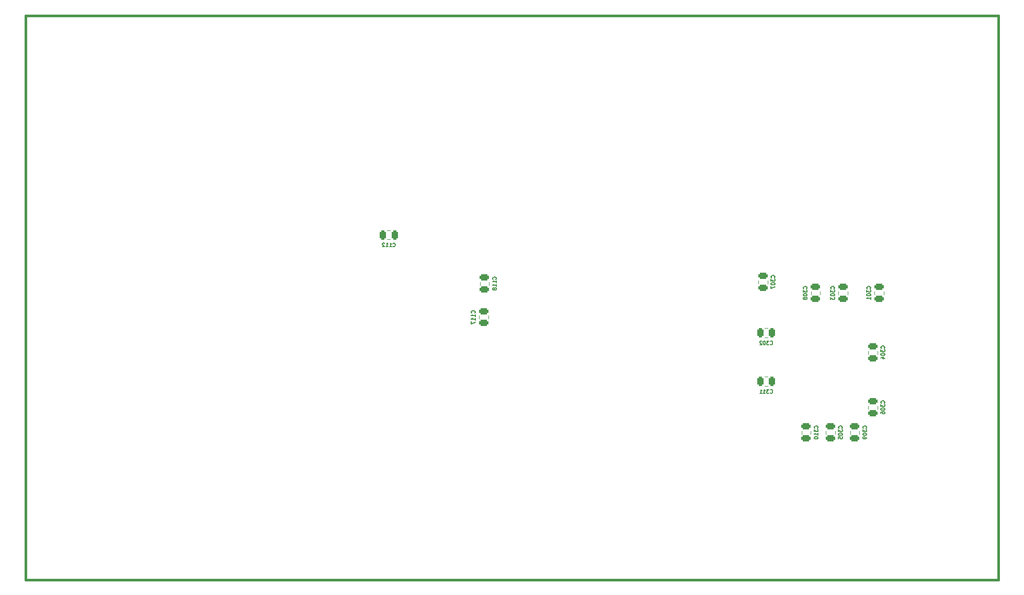
<source format=gbr>
%TF.GenerationSoftware,KiCad,Pcbnew,8.99.0-344-gfbc433deaa-dirty*%
%TF.CreationDate,2024-03-11T18:45:51+01:00*%
%TF.ProjectId,kit-dev-coldfire-xilinx_5213,6b69742d-6465-4762-9d63-6f6c64666972,2*%
%TF.SameCoordinates,Original*%
%TF.FileFunction,Legend,Bot*%
%TF.FilePolarity,Positive*%
%FSLAX46Y46*%
G04 Gerber Fmt 4.6, Leading zero omitted, Abs format (unit mm)*
G04 Created by KiCad (PCBNEW 8.99.0-344-gfbc433deaa-dirty) date 2024-03-11 18:45:51*
%MOMM*%
%LPD*%
G01*
G04 APERTURE LIST*
G04 Aperture macros list*
%AMRoundRect*
0 Rectangle with rounded corners*
0 $1 Rounding radius*
0 $2 $3 $4 $5 $6 $7 $8 $9 X,Y pos of 4 corners*
0 Add a 4 corners polygon primitive as box body*
4,1,4,$2,$3,$4,$5,$6,$7,$8,$9,$2,$3,0*
0 Add four circle primitives for the rounded corners*
1,1,$1+$1,$2,$3*
1,1,$1+$1,$4,$5*
1,1,$1+$1,$6,$7*
1,1,$1+$1,$8,$9*
0 Add four rect primitives between the rounded corners*
20,1,$1+$1,$2,$3,$4,$5,0*
20,1,$1+$1,$4,$5,$6,$7,0*
20,1,$1+$1,$6,$7,$8,$9,0*
20,1,$1+$1,$8,$9,$2,$3,0*%
G04 Aperture macros list end*
%ADD10C,0.150000*%
%ADD11C,0.120000*%
%ADD12C,1.397000*%
%ADD13R,1.700000X1.700000*%
%ADD14O,1.700000X1.700000*%
%ADD15R,1.600000X1.600000*%
%ADD16C,1.600000*%
%ADD17R,2.400000X2.400000*%
%ADD18O,2.400000X2.400000*%
%ADD19R,5.500000X4.800600*%
%ADD20O,5.000000X4.800600*%
%ADD21O,3.500000X4.800600*%
%ADD22R,1.300000X1.300000*%
%ADD23C,1.300000*%
%ADD24O,1.600000X1.600000*%
%ADD25R,2.540000X3.810000*%
%ADD26R,3.000000X3.000000*%
%ADD27C,3.000000*%
%ADD28C,1.500000*%
%ADD29C,4.000000*%
%ADD30RoundRect,0.250000X0.250000X0.475000X-0.250000X0.475000X-0.250000X-0.475000X0.250000X-0.475000X0*%
%ADD31RoundRect,0.250000X0.475000X-0.250000X0.475000X0.250000X-0.475000X0.250000X-0.475000X-0.250000X0*%
%ADD32RoundRect,0.250000X-0.475000X0.250000X-0.475000X-0.250000X0.475000X-0.250000X0.475000X0.250000X0*%
%TA.AperFunction,Profile*%
%ADD33C,0.381000*%
%TD*%
G04 APERTURE END LIST*
D10*
X130592428Y-93302628D02*
X130621000Y-93331200D01*
X130621000Y-93331200D02*
X130706714Y-93359771D01*
X130706714Y-93359771D02*
X130763857Y-93359771D01*
X130763857Y-93359771D02*
X130849571Y-93331200D01*
X130849571Y-93331200D02*
X130906714Y-93274057D01*
X130906714Y-93274057D02*
X130935285Y-93216914D01*
X130935285Y-93216914D02*
X130963857Y-93102628D01*
X130963857Y-93102628D02*
X130963857Y-93016914D01*
X130963857Y-93016914D02*
X130935285Y-92902628D01*
X130935285Y-92902628D02*
X130906714Y-92845485D01*
X130906714Y-92845485D02*
X130849571Y-92788342D01*
X130849571Y-92788342D02*
X130763857Y-92759771D01*
X130763857Y-92759771D02*
X130706714Y-92759771D01*
X130706714Y-92759771D02*
X130621000Y-92788342D01*
X130621000Y-92788342D02*
X130592428Y-92816914D01*
X130021000Y-93359771D02*
X130363857Y-93359771D01*
X130192428Y-93359771D02*
X130192428Y-92759771D01*
X130192428Y-92759771D02*
X130249571Y-92845485D01*
X130249571Y-92845485D02*
X130306714Y-92902628D01*
X130306714Y-92902628D02*
X130363857Y-92931200D01*
X129449571Y-93359771D02*
X129792428Y-93359771D01*
X129620999Y-93359771D02*
X129620999Y-92759771D01*
X129620999Y-92759771D02*
X129678142Y-92845485D01*
X129678142Y-92845485D02*
X129735285Y-92902628D01*
X129735285Y-92902628D02*
X129792428Y-92931200D01*
X129220999Y-92816914D02*
X129192427Y-92788342D01*
X129192427Y-92788342D02*
X129135285Y-92759771D01*
X129135285Y-92759771D02*
X128992427Y-92759771D01*
X128992427Y-92759771D02*
X128935285Y-92788342D01*
X128935285Y-92788342D02*
X128906713Y-92816914D01*
X128906713Y-92816914D02*
X128878142Y-92874057D01*
X128878142Y-92874057D02*
X128878142Y-92931200D01*
X128878142Y-92931200D02*
X128906713Y-93016914D01*
X128906713Y-93016914D02*
X129249570Y-93359771D01*
X129249570Y-93359771D02*
X128878142Y-93359771D01*
X143850628Y-104103571D02*
X143879200Y-104074999D01*
X143879200Y-104074999D02*
X143907771Y-103989285D01*
X143907771Y-103989285D02*
X143907771Y-103932142D01*
X143907771Y-103932142D02*
X143879200Y-103846428D01*
X143879200Y-103846428D02*
X143822057Y-103789285D01*
X143822057Y-103789285D02*
X143764914Y-103760714D01*
X143764914Y-103760714D02*
X143650628Y-103732142D01*
X143650628Y-103732142D02*
X143564914Y-103732142D01*
X143564914Y-103732142D02*
X143450628Y-103760714D01*
X143450628Y-103760714D02*
X143393485Y-103789285D01*
X143393485Y-103789285D02*
X143336342Y-103846428D01*
X143336342Y-103846428D02*
X143307771Y-103932142D01*
X143307771Y-103932142D02*
X143307771Y-103989285D01*
X143307771Y-103989285D02*
X143336342Y-104074999D01*
X143336342Y-104074999D02*
X143364914Y-104103571D01*
X143907771Y-104674999D02*
X143907771Y-104332142D01*
X143907771Y-104503571D02*
X143307771Y-104503571D01*
X143307771Y-104503571D02*
X143393485Y-104446428D01*
X143393485Y-104446428D02*
X143450628Y-104389285D01*
X143450628Y-104389285D02*
X143479200Y-104332142D01*
X143907771Y-105246428D02*
X143907771Y-104903571D01*
X143907771Y-105075000D02*
X143307771Y-105075000D01*
X143307771Y-105075000D02*
X143393485Y-105017857D01*
X143393485Y-105017857D02*
X143450628Y-104960714D01*
X143450628Y-104960714D02*
X143479200Y-104903571D01*
X143307771Y-105446429D02*
X143307771Y-105846429D01*
X143307771Y-105846429D02*
X143907771Y-105589286D01*
X147277628Y-98642571D02*
X147306200Y-98613999D01*
X147306200Y-98613999D02*
X147334771Y-98528285D01*
X147334771Y-98528285D02*
X147334771Y-98471142D01*
X147334771Y-98471142D02*
X147306200Y-98385428D01*
X147306200Y-98385428D02*
X147249057Y-98328285D01*
X147249057Y-98328285D02*
X147191914Y-98299714D01*
X147191914Y-98299714D02*
X147077628Y-98271142D01*
X147077628Y-98271142D02*
X146991914Y-98271142D01*
X146991914Y-98271142D02*
X146877628Y-98299714D01*
X146877628Y-98299714D02*
X146820485Y-98328285D01*
X146820485Y-98328285D02*
X146763342Y-98385428D01*
X146763342Y-98385428D02*
X146734771Y-98471142D01*
X146734771Y-98471142D02*
X146734771Y-98528285D01*
X146734771Y-98528285D02*
X146763342Y-98613999D01*
X146763342Y-98613999D02*
X146791914Y-98642571D01*
X147334771Y-99213999D02*
X147334771Y-98871142D01*
X147334771Y-99042571D02*
X146734771Y-99042571D01*
X146734771Y-99042571D02*
X146820485Y-98985428D01*
X146820485Y-98985428D02*
X146877628Y-98928285D01*
X146877628Y-98928285D02*
X146906200Y-98871142D01*
X147334771Y-99785428D02*
X147334771Y-99442571D01*
X147334771Y-99614000D02*
X146734771Y-99614000D01*
X146734771Y-99614000D02*
X146820485Y-99556857D01*
X146820485Y-99556857D02*
X146877628Y-99499714D01*
X146877628Y-99499714D02*
X146906200Y-99442571D01*
X146991914Y-100128286D02*
X146963342Y-100071143D01*
X146963342Y-100071143D02*
X146934771Y-100042572D01*
X146934771Y-100042572D02*
X146877628Y-100014000D01*
X146877628Y-100014000D02*
X146849057Y-100014000D01*
X146849057Y-100014000D02*
X146791914Y-100042572D01*
X146791914Y-100042572D02*
X146763342Y-100071143D01*
X146763342Y-100071143D02*
X146734771Y-100128286D01*
X146734771Y-100128286D02*
X146734771Y-100242572D01*
X146734771Y-100242572D02*
X146763342Y-100299715D01*
X146763342Y-100299715D02*
X146791914Y-100328286D01*
X146791914Y-100328286D02*
X146849057Y-100356857D01*
X146849057Y-100356857D02*
X146877628Y-100356857D01*
X146877628Y-100356857D02*
X146934771Y-100328286D01*
X146934771Y-100328286D02*
X146963342Y-100299715D01*
X146963342Y-100299715D02*
X146991914Y-100242572D01*
X146991914Y-100242572D02*
X146991914Y-100128286D01*
X146991914Y-100128286D02*
X147020485Y-100071143D01*
X147020485Y-100071143D02*
X147049057Y-100042572D01*
X147049057Y-100042572D02*
X147106200Y-100014000D01*
X147106200Y-100014000D02*
X147220485Y-100014000D01*
X147220485Y-100014000D02*
X147277628Y-100042572D01*
X147277628Y-100042572D02*
X147306200Y-100071143D01*
X147306200Y-100071143D02*
X147334771Y-100128286D01*
X147334771Y-100128286D02*
X147334771Y-100242572D01*
X147334771Y-100242572D02*
X147306200Y-100299715D01*
X147306200Y-100299715D02*
X147277628Y-100328286D01*
X147277628Y-100328286D02*
X147220485Y-100356857D01*
X147220485Y-100356857D02*
X147106200Y-100356857D01*
X147106200Y-100356857D02*
X147049057Y-100328286D01*
X147049057Y-100328286D02*
X147020485Y-100299715D01*
X147020485Y-100299715D02*
X146991914Y-100242572D01*
X207858628Y-100166571D02*
X207887200Y-100137999D01*
X207887200Y-100137999D02*
X207915771Y-100052285D01*
X207915771Y-100052285D02*
X207915771Y-99995142D01*
X207915771Y-99995142D02*
X207887200Y-99909428D01*
X207887200Y-99909428D02*
X207830057Y-99852285D01*
X207830057Y-99852285D02*
X207772914Y-99823714D01*
X207772914Y-99823714D02*
X207658628Y-99795142D01*
X207658628Y-99795142D02*
X207572914Y-99795142D01*
X207572914Y-99795142D02*
X207458628Y-99823714D01*
X207458628Y-99823714D02*
X207401485Y-99852285D01*
X207401485Y-99852285D02*
X207344342Y-99909428D01*
X207344342Y-99909428D02*
X207315771Y-99995142D01*
X207315771Y-99995142D02*
X207315771Y-100052285D01*
X207315771Y-100052285D02*
X207344342Y-100137999D01*
X207344342Y-100137999D02*
X207372914Y-100166571D01*
X207315771Y-100366571D02*
X207315771Y-100737999D01*
X207315771Y-100737999D02*
X207544342Y-100537999D01*
X207544342Y-100537999D02*
X207544342Y-100623714D01*
X207544342Y-100623714D02*
X207572914Y-100680857D01*
X207572914Y-100680857D02*
X207601485Y-100709428D01*
X207601485Y-100709428D02*
X207658628Y-100737999D01*
X207658628Y-100737999D02*
X207801485Y-100737999D01*
X207801485Y-100737999D02*
X207858628Y-100709428D01*
X207858628Y-100709428D02*
X207887200Y-100680857D01*
X207887200Y-100680857D02*
X207915771Y-100623714D01*
X207915771Y-100623714D02*
X207915771Y-100452285D01*
X207915771Y-100452285D02*
X207887200Y-100395142D01*
X207887200Y-100395142D02*
X207858628Y-100366571D01*
X207315771Y-101109428D02*
X207315771Y-101166571D01*
X207315771Y-101166571D02*
X207344342Y-101223714D01*
X207344342Y-101223714D02*
X207372914Y-101252286D01*
X207372914Y-101252286D02*
X207430057Y-101280857D01*
X207430057Y-101280857D02*
X207544342Y-101309428D01*
X207544342Y-101309428D02*
X207687200Y-101309428D01*
X207687200Y-101309428D02*
X207801485Y-101280857D01*
X207801485Y-101280857D02*
X207858628Y-101252286D01*
X207858628Y-101252286D02*
X207887200Y-101223714D01*
X207887200Y-101223714D02*
X207915771Y-101166571D01*
X207915771Y-101166571D02*
X207915771Y-101109428D01*
X207915771Y-101109428D02*
X207887200Y-101052286D01*
X207887200Y-101052286D02*
X207858628Y-101023714D01*
X207858628Y-101023714D02*
X207801485Y-100995143D01*
X207801485Y-100995143D02*
X207687200Y-100966571D01*
X207687200Y-100966571D02*
X207544342Y-100966571D01*
X207544342Y-100966571D02*
X207430057Y-100995143D01*
X207430057Y-100995143D02*
X207372914Y-101023714D01*
X207372914Y-101023714D02*
X207344342Y-101052286D01*
X207344342Y-101052286D02*
X207315771Y-101109428D01*
X207915771Y-101880857D02*
X207915771Y-101538000D01*
X207915771Y-101709429D02*
X207315771Y-101709429D01*
X207315771Y-101709429D02*
X207401485Y-101652286D01*
X207401485Y-101652286D02*
X207458628Y-101595143D01*
X207458628Y-101595143D02*
X207487200Y-101538000D01*
X191679428Y-109177628D02*
X191708000Y-109206200D01*
X191708000Y-109206200D02*
X191793714Y-109234771D01*
X191793714Y-109234771D02*
X191850857Y-109234771D01*
X191850857Y-109234771D02*
X191936571Y-109206200D01*
X191936571Y-109206200D02*
X191993714Y-109149057D01*
X191993714Y-109149057D02*
X192022285Y-109091914D01*
X192022285Y-109091914D02*
X192050857Y-108977628D01*
X192050857Y-108977628D02*
X192050857Y-108891914D01*
X192050857Y-108891914D02*
X192022285Y-108777628D01*
X192022285Y-108777628D02*
X191993714Y-108720485D01*
X191993714Y-108720485D02*
X191936571Y-108663342D01*
X191936571Y-108663342D02*
X191850857Y-108634771D01*
X191850857Y-108634771D02*
X191793714Y-108634771D01*
X191793714Y-108634771D02*
X191708000Y-108663342D01*
X191708000Y-108663342D02*
X191679428Y-108691914D01*
X191479428Y-108634771D02*
X191108000Y-108634771D01*
X191108000Y-108634771D02*
X191308000Y-108863342D01*
X191308000Y-108863342D02*
X191222285Y-108863342D01*
X191222285Y-108863342D02*
X191165143Y-108891914D01*
X191165143Y-108891914D02*
X191136571Y-108920485D01*
X191136571Y-108920485D02*
X191108000Y-108977628D01*
X191108000Y-108977628D02*
X191108000Y-109120485D01*
X191108000Y-109120485D02*
X191136571Y-109177628D01*
X191136571Y-109177628D02*
X191165143Y-109206200D01*
X191165143Y-109206200D02*
X191222285Y-109234771D01*
X191222285Y-109234771D02*
X191393714Y-109234771D01*
X191393714Y-109234771D02*
X191450857Y-109206200D01*
X191450857Y-109206200D02*
X191479428Y-109177628D01*
X190736571Y-108634771D02*
X190679428Y-108634771D01*
X190679428Y-108634771D02*
X190622285Y-108663342D01*
X190622285Y-108663342D02*
X190593714Y-108691914D01*
X190593714Y-108691914D02*
X190565142Y-108749057D01*
X190565142Y-108749057D02*
X190536571Y-108863342D01*
X190536571Y-108863342D02*
X190536571Y-109006200D01*
X190536571Y-109006200D02*
X190565142Y-109120485D01*
X190565142Y-109120485D02*
X190593714Y-109177628D01*
X190593714Y-109177628D02*
X190622285Y-109206200D01*
X190622285Y-109206200D02*
X190679428Y-109234771D01*
X190679428Y-109234771D02*
X190736571Y-109234771D01*
X190736571Y-109234771D02*
X190793714Y-109206200D01*
X190793714Y-109206200D02*
X190822285Y-109177628D01*
X190822285Y-109177628D02*
X190850856Y-109120485D01*
X190850856Y-109120485D02*
X190879428Y-109006200D01*
X190879428Y-109006200D02*
X190879428Y-108863342D01*
X190879428Y-108863342D02*
X190850856Y-108749057D01*
X190850856Y-108749057D02*
X190822285Y-108691914D01*
X190822285Y-108691914D02*
X190793714Y-108663342D01*
X190793714Y-108663342D02*
X190736571Y-108634771D01*
X190307999Y-108691914D02*
X190279427Y-108663342D01*
X190279427Y-108663342D02*
X190222285Y-108634771D01*
X190222285Y-108634771D02*
X190079427Y-108634771D01*
X190079427Y-108634771D02*
X190022285Y-108663342D01*
X190022285Y-108663342D02*
X189993713Y-108691914D01*
X189993713Y-108691914D02*
X189965142Y-108749057D01*
X189965142Y-108749057D02*
X189965142Y-108806200D01*
X189965142Y-108806200D02*
X189993713Y-108891914D01*
X189993713Y-108891914D02*
X190336570Y-109234771D01*
X190336570Y-109234771D02*
X189965142Y-109234771D01*
X202016628Y-100166571D02*
X202045200Y-100137999D01*
X202045200Y-100137999D02*
X202073771Y-100052285D01*
X202073771Y-100052285D02*
X202073771Y-99995142D01*
X202073771Y-99995142D02*
X202045200Y-99909428D01*
X202045200Y-99909428D02*
X201988057Y-99852285D01*
X201988057Y-99852285D02*
X201930914Y-99823714D01*
X201930914Y-99823714D02*
X201816628Y-99795142D01*
X201816628Y-99795142D02*
X201730914Y-99795142D01*
X201730914Y-99795142D02*
X201616628Y-99823714D01*
X201616628Y-99823714D02*
X201559485Y-99852285D01*
X201559485Y-99852285D02*
X201502342Y-99909428D01*
X201502342Y-99909428D02*
X201473771Y-99995142D01*
X201473771Y-99995142D02*
X201473771Y-100052285D01*
X201473771Y-100052285D02*
X201502342Y-100137999D01*
X201502342Y-100137999D02*
X201530914Y-100166571D01*
X201473771Y-100366571D02*
X201473771Y-100737999D01*
X201473771Y-100737999D02*
X201702342Y-100537999D01*
X201702342Y-100537999D02*
X201702342Y-100623714D01*
X201702342Y-100623714D02*
X201730914Y-100680857D01*
X201730914Y-100680857D02*
X201759485Y-100709428D01*
X201759485Y-100709428D02*
X201816628Y-100737999D01*
X201816628Y-100737999D02*
X201959485Y-100737999D01*
X201959485Y-100737999D02*
X202016628Y-100709428D01*
X202016628Y-100709428D02*
X202045200Y-100680857D01*
X202045200Y-100680857D02*
X202073771Y-100623714D01*
X202073771Y-100623714D02*
X202073771Y-100452285D01*
X202073771Y-100452285D02*
X202045200Y-100395142D01*
X202045200Y-100395142D02*
X202016628Y-100366571D01*
X201473771Y-101109428D02*
X201473771Y-101166571D01*
X201473771Y-101166571D02*
X201502342Y-101223714D01*
X201502342Y-101223714D02*
X201530914Y-101252286D01*
X201530914Y-101252286D02*
X201588057Y-101280857D01*
X201588057Y-101280857D02*
X201702342Y-101309428D01*
X201702342Y-101309428D02*
X201845200Y-101309428D01*
X201845200Y-101309428D02*
X201959485Y-101280857D01*
X201959485Y-101280857D02*
X202016628Y-101252286D01*
X202016628Y-101252286D02*
X202045200Y-101223714D01*
X202045200Y-101223714D02*
X202073771Y-101166571D01*
X202073771Y-101166571D02*
X202073771Y-101109428D01*
X202073771Y-101109428D02*
X202045200Y-101052286D01*
X202045200Y-101052286D02*
X202016628Y-101023714D01*
X202016628Y-101023714D02*
X201959485Y-100995143D01*
X201959485Y-100995143D02*
X201845200Y-100966571D01*
X201845200Y-100966571D02*
X201702342Y-100966571D01*
X201702342Y-100966571D02*
X201588057Y-100995143D01*
X201588057Y-100995143D02*
X201530914Y-101023714D01*
X201530914Y-101023714D02*
X201502342Y-101052286D01*
X201502342Y-101052286D02*
X201473771Y-101109428D01*
X201473771Y-101509429D02*
X201473771Y-101880857D01*
X201473771Y-101880857D02*
X201702342Y-101680857D01*
X201702342Y-101680857D02*
X201702342Y-101766572D01*
X201702342Y-101766572D02*
X201730914Y-101823715D01*
X201730914Y-101823715D02*
X201759485Y-101852286D01*
X201759485Y-101852286D02*
X201816628Y-101880857D01*
X201816628Y-101880857D02*
X201959485Y-101880857D01*
X201959485Y-101880857D02*
X202016628Y-101852286D01*
X202016628Y-101852286D02*
X202045200Y-101823715D01*
X202045200Y-101823715D02*
X202073771Y-101766572D01*
X202073771Y-101766572D02*
X202073771Y-101595143D01*
X202073771Y-101595143D02*
X202045200Y-101538000D01*
X202045200Y-101538000D02*
X202016628Y-101509429D01*
X210142628Y-109818571D02*
X210171200Y-109789999D01*
X210171200Y-109789999D02*
X210199771Y-109704285D01*
X210199771Y-109704285D02*
X210199771Y-109647142D01*
X210199771Y-109647142D02*
X210171200Y-109561428D01*
X210171200Y-109561428D02*
X210114057Y-109504285D01*
X210114057Y-109504285D02*
X210056914Y-109475714D01*
X210056914Y-109475714D02*
X209942628Y-109447142D01*
X209942628Y-109447142D02*
X209856914Y-109447142D01*
X209856914Y-109447142D02*
X209742628Y-109475714D01*
X209742628Y-109475714D02*
X209685485Y-109504285D01*
X209685485Y-109504285D02*
X209628342Y-109561428D01*
X209628342Y-109561428D02*
X209599771Y-109647142D01*
X209599771Y-109647142D02*
X209599771Y-109704285D01*
X209599771Y-109704285D02*
X209628342Y-109789999D01*
X209628342Y-109789999D02*
X209656914Y-109818571D01*
X209599771Y-110018571D02*
X209599771Y-110389999D01*
X209599771Y-110389999D02*
X209828342Y-110189999D01*
X209828342Y-110189999D02*
X209828342Y-110275714D01*
X209828342Y-110275714D02*
X209856914Y-110332857D01*
X209856914Y-110332857D02*
X209885485Y-110361428D01*
X209885485Y-110361428D02*
X209942628Y-110389999D01*
X209942628Y-110389999D02*
X210085485Y-110389999D01*
X210085485Y-110389999D02*
X210142628Y-110361428D01*
X210142628Y-110361428D02*
X210171200Y-110332857D01*
X210171200Y-110332857D02*
X210199771Y-110275714D01*
X210199771Y-110275714D02*
X210199771Y-110104285D01*
X210199771Y-110104285D02*
X210171200Y-110047142D01*
X210171200Y-110047142D02*
X210142628Y-110018571D01*
X209599771Y-110761428D02*
X209599771Y-110818571D01*
X209599771Y-110818571D02*
X209628342Y-110875714D01*
X209628342Y-110875714D02*
X209656914Y-110904286D01*
X209656914Y-110904286D02*
X209714057Y-110932857D01*
X209714057Y-110932857D02*
X209828342Y-110961428D01*
X209828342Y-110961428D02*
X209971200Y-110961428D01*
X209971200Y-110961428D02*
X210085485Y-110932857D01*
X210085485Y-110932857D02*
X210142628Y-110904286D01*
X210142628Y-110904286D02*
X210171200Y-110875714D01*
X210171200Y-110875714D02*
X210199771Y-110818571D01*
X210199771Y-110818571D02*
X210199771Y-110761428D01*
X210199771Y-110761428D02*
X210171200Y-110704286D01*
X210171200Y-110704286D02*
X210142628Y-110675714D01*
X210142628Y-110675714D02*
X210085485Y-110647143D01*
X210085485Y-110647143D02*
X209971200Y-110618571D01*
X209971200Y-110618571D02*
X209828342Y-110618571D01*
X209828342Y-110618571D02*
X209714057Y-110647143D01*
X209714057Y-110647143D02*
X209656914Y-110675714D01*
X209656914Y-110675714D02*
X209628342Y-110704286D01*
X209628342Y-110704286D02*
X209599771Y-110761428D01*
X209799771Y-111475715D02*
X210199771Y-111475715D01*
X209571200Y-111332857D02*
X209999771Y-111190000D01*
X209999771Y-111190000D02*
X209999771Y-111561429D01*
X203284628Y-122772571D02*
X203313200Y-122743999D01*
X203313200Y-122743999D02*
X203341771Y-122658285D01*
X203341771Y-122658285D02*
X203341771Y-122601142D01*
X203341771Y-122601142D02*
X203313200Y-122515428D01*
X203313200Y-122515428D02*
X203256057Y-122458285D01*
X203256057Y-122458285D02*
X203198914Y-122429714D01*
X203198914Y-122429714D02*
X203084628Y-122401142D01*
X203084628Y-122401142D02*
X202998914Y-122401142D01*
X202998914Y-122401142D02*
X202884628Y-122429714D01*
X202884628Y-122429714D02*
X202827485Y-122458285D01*
X202827485Y-122458285D02*
X202770342Y-122515428D01*
X202770342Y-122515428D02*
X202741771Y-122601142D01*
X202741771Y-122601142D02*
X202741771Y-122658285D01*
X202741771Y-122658285D02*
X202770342Y-122743999D01*
X202770342Y-122743999D02*
X202798914Y-122772571D01*
X202741771Y-122972571D02*
X202741771Y-123343999D01*
X202741771Y-123343999D02*
X202970342Y-123143999D01*
X202970342Y-123143999D02*
X202970342Y-123229714D01*
X202970342Y-123229714D02*
X202998914Y-123286857D01*
X202998914Y-123286857D02*
X203027485Y-123315428D01*
X203027485Y-123315428D02*
X203084628Y-123343999D01*
X203084628Y-123343999D02*
X203227485Y-123343999D01*
X203227485Y-123343999D02*
X203284628Y-123315428D01*
X203284628Y-123315428D02*
X203313200Y-123286857D01*
X203313200Y-123286857D02*
X203341771Y-123229714D01*
X203341771Y-123229714D02*
X203341771Y-123058285D01*
X203341771Y-123058285D02*
X203313200Y-123001142D01*
X203313200Y-123001142D02*
X203284628Y-122972571D01*
X202741771Y-123715428D02*
X202741771Y-123772571D01*
X202741771Y-123772571D02*
X202770342Y-123829714D01*
X202770342Y-123829714D02*
X202798914Y-123858286D01*
X202798914Y-123858286D02*
X202856057Y-123886857D01*
X202856057Y-123886857D02*
X202970342Y-123915428D01*
X202970342Y-123915428D02*
X203113200Y-123915428D01*
X203113200Y-123915428D02*
X203227485Y-123886857D01*
X203227485Y-123886857D02*
X203284628Y-123858286D01*
X203284628Y-123858286D02*
X203313200Y-123829714D01*
X203313200Y-123829714D02*
X203341771Y-123772571D01*
X203341771Y-123772571D02*
X203341771Y-123715428D01*
X203341771Y-123715428D02*
X203313200Y-123658286D01*
X203313200Y-123658286D02*
X203284628Y-123629714D01*
X203284628Y-123629714D02*
X203227485Y-123601143D01*
X203227485Y-123601143D02*
X203113200Y-123572571D01*
X203113200Y-123572571D02*
X202970342Y-123572571D01*
X202970342Y-123572571D02*
X202856057Y-123601143D01*
X202856057Y-123601143D02*
X202798914Y-123629714D01*
X202798914Y-123629714D02*
X202770342Y-123658286D01*
X202770342Y-123658286D02*
X202741771Y-123715428D01*
X202741771Y-124458286D02*
X202741771Y-124172572D01*
X202741771Y-124172572D02*
X203027485Y-124144000D01*
X203027485Y-124144000D02*
X202998914Y-124172572D01*
X202998914Y-124172572D02*
X202970342Y-124229715D01*
X202970342Y-124229715D02*
X202970342Y-124372572D01*
X202970342Y-124372572D02*
X202998914Y-124429715D01*
X202998914Y-124429715D02*
X203027485Y-124458286D01*
X203027485Y-124458286D02*
X203084628Y-124486857D01*
X203084628Y-124486857D02*
X203227485Y-124486857D01*
X203227485Y-124486857D02*
X203284628Y-124458286D01*
X203284628Y-124458286D02*
X203313200Y-124429715D01*
X203313200Y-124429715D02*
X203341771Y-124372572D01*
X203341771Y-124372572D02*
X203341771Y-124229715D01*
X203341771Y-124229715D02*
X203313200Y-124172572D01*
X203313200Y-124172572D02*
X203284628Y-124144000D01*
X210142628Y-118708571D02*
X210171200Y-118679999D01*
X210171200Y-118679999D02*
X210199771Y-118594285D01*
X210199771Y-118594285D02*
X210199771Y-118537142D01*
X210199771Y-118537142D02*
X210171200Y-118451428D01*
X210171200Y-118451428D02*
X210114057Y-118394285D01*
X210114057Y-118394285D02*
X210056914Y-118365714D01*
X210056914Y-118365714D02*
X209942628Y-118337142D01*
X209942628Y-118337142D02*
X209856914Y-118337142D01*
X209856914Y-118337142D02*
X209742628Y-118365714D01*
X209742628Y-118365714D02*
X209685485Y-118394285D01*
X209685485Y-118394285D02*
X209628342Y-118451428D01*
X209628342Y-118451428D02*
X209599771Y-118537142D01*
X209599771Y-118537142D02*
X209599771Y-118594285D01*
X209599771Y-118594285D02*
X209628342Y-118679999D01*
X209628342Y-118679999D02*
X209656914Y-118708571D01*
X209599771Y-118908571D02*
X209599771Y-119279999D01*
X209599771Y-119279999D02*
X209828342Y-119079999D01*
X209828342Y-119079999D02*
X209828342Y-119165714D01*
X209828342Y-119165714D02*
X209856914Y-119222857D01*
X209856914Y-119222857D02*
X209885485Y-119251428D01*
X209885485Y-119251428D02*
X209942628Y-119279999D01*
X209942628Y-119279999D02*
X210085485Y-119279999D01*
X210085485Y-119279999D02*
X210142628Y-119251428D01*
X210142628Y-119251428D02*
X210171200Y-119222857D01*
X210171200Y-119222857D02*
X210199771Y-119165714D01*
X210199771Y-119165714D02*
X210199771Y-118994285D01*
X210199771Y-118994285D02*
X210171200Y-118937142D01*
X210171200Y-118937142D02*
X210142628Y-118908571D01*
X209599771Y-119651428D02*
X209599771Y-119708571D01*
X209599771Y-119708571D02*
X209628342Y-119765714D01*
X209628342Y-119765714D02*
X209656914Y-119794286D01*
X209656914Y-119794286D02*
X209714057Y-119822857D01*
X209714057Y-119822857D02*
X209828342Y-119851428D01*
X209828342Y-119851428D02*
X209971200Y-119851428D01*
X209971200Y-119851428D02*
X210085485Y-119822857D01*
X210085485Y-119822857D02*
X210142628Y-119794286D01*
X210142628Y-119794286D02*
X210171200Y-119765714D01*
X210171200Y-119765714D02*
X210199771Y-119708571D01*
X210199771Y-119708571D02*
X210199771Y-119651428D01*
X210199771Y-119651428D02*
X210171200Y-119594286D01*
X210171200Y-119594286D02*
X210142628Y-119565714D01*
X210142628Y-119565714D02*
X210085485Y-119537143D01*
X210085485Y-119537143D02*
X209971200Y-119508571D01*
X209971200Y-119508571D02*
X209828342Y-119508571D01*
X209828342Y-119508571D02*
X209714057Y-119537143D01*
X209714057Y-119537143D02*
X209656914Y-119565714D01*
X209656914Y-119565714D02*
X209628342Y-119594286D01*
X209628342Y-119594286D02*
X209599771Y-119651428D01*
X209599771Y-120365715D02*
X209599771Y-120251429D01*
X209599771Y-120251429D02*
X209628342Y-120194286D01*
X209628342Y-120194286D02*
X209656914Y-120165715D01*
X209656914Y-120165715D02*
X209742628Y-120108572D01*
X209742628Y-120108572D02*
X209856914Y-120080000D01*
X209856914Y-120080000D02*
X210085485Y-120080000D01*
X210085485Y-120080000D02*
X210142628Y-120108572D01*
X210142628Y-120108572D02*
X210171200Y-120137143D01*
X210171200Y-120137143D02*
X210199771Y-120194286D01*
X210199771Y-120194286D02*
X210199771Y-120308572D01*
X210199771Y-120308572D02*
X210171200Y-120365715D01*
X210171200Y-120365715D02*
X210142628Y-120394286D01*
X210142628Y-120394286D02*
X210085485Y-120422857D01*
X210085485Y-120422857D02*
X209942628Y-120422857D01*
X209942628Y-120422857D02*
X209885485Y-120394286D01*
X209885485Y-120394286D02*
X209856914Y-120365715D01*
X209856914Y-120365715D02*
X209828342Y-120308572D01*
X209828342Y-120308572D02*
X209828342Y-120194286D01*
X209828342Y-120194286D02*
X209856914Y-120137143D01*
X209856914Y-120137143D02*
X209885485Y-120108572D01*
X209885485Y-120108572D02*
X209942628Y-120080000D01*
X192362628Y-98388571D02*
X192391200Y-98359999D01*
X192391200Y-98359999D02*
X192419771Y-98274285D01*
X192419771Y-98274285D02*
X192419771Y-98217142D01*
X192419771Y-98217142D02*
X192391200Y-98131428D01*
X192391200Y-98131428D02*
X192334057Y-98074285D01*
X192334057Y-98074285D02*
X192276914Y-98045714D01*
X192276914Y-98045714D02*
X192162628Y-98017142D01*
X192162628Y-98017142D02*
X192076914Y-98017142D01*
X192076914Y-98017142D02*
X191962628Y-98045714D01*
X191962628Y-98045714D02*
X191905485Y-98074285D01*
X191905485Y-98074285D02*
X191848342Y-98131428D01*
X191848342Y-98131428D02*
X191819771Y-98217142D01*
X191819771Y-98217142D02*
X191819771Y-98274285D01*
X191819771Y-98274285D02*
X191848342Y-98359999D01*
X191848342Y-98359999D02*
X191876914Y-98388571D01*
X191819771Y-98588571D02*
X191819771Y-98959999D01*
X191819771Y-98959999D02*
X192048342Y-98759999D01*
X192048342Y-98759999D02*
X192048342Y-98845714D01*
X192048342Y-98845714D02*
X192076914Y-98902857D01*
X192076914Y-98902857D02*
X192105485Y-98931428D01*
X192105485Y-98931428D02*
X192162628Y-98959999D01*
X192162628Y-98959999D02*
X192305485Y-98959999D01*
X192305485Y-98959999D02*
X192362628Y-98931428D01*
X192362628Y-98931428D02*
X192391200Y-98902857D01*
X192391200Y-98902857D02*
X192419771Y-98845714D01*
X192419771Y-98845714D02*
X192419771Y-98674285D01*
X192419771Y-98674285D02*
X192391200Y-98617142D01*
X192391200Y-98617142D02*
X192362628Y-98588571D01*
X191819771Y-99331428D02*
X191819771Y-99388571D01*
X191819771Y-99388571D02*
X191848342Y-99445714D01*
X191848342Y-99445714D02*
X191876914Y-99474286D01*
X191876914Y-99474286D02*
X191934057Y-99502857D01*
X191934057Y-99502857D02*
X192048342Y-99531428D01*
X192048342Y-99531428D02*
X192191200Y-99531428D01*
X192191200Y-99531428D02*
X192305485Y-99502857D01*
X192305485Y-99502857D02*
X192362628Y-99474286D01*
X192362628Y-99474286D02*
X192391200Y-99445714D01*
X192391200Y-99445714D02*
X192419771Y-99388571D01*
X192419771Y-99388571D02*
X192419771Y-99331428D01*
X192419771Y-99331428D02*
X192391200Y-99274286D01*
X192391200Y-99274286D02*
X192362628Y-99245714D01*
X192362628Y-99245714D02*
X192305485Y-99217143D01*
X192305485Y-99217143D02*
X192191200Y-99188571D01*
X192191200Y-99188571D02*
X192048342Y-99188571D01*
X192048342Y-99188571D02*
X191934057Y-99217143D01*
X191934057Y-99217143D02*
X191876914Y-99245714D01*
X191876914Y-99245714D02*
X191848342Y-99274286D01*
X191848342Y-99274286D02*
X191819771Y-99331428D01*
X191819771Y-99731429D02*
X191819771Y-100131429D01*
X191819771Y-100131429D02*
X192419771Y-99874286D01*
X197571628Y-100166571D02*
X197600200Y-100137999D01*
X197600200Y-100137999D02*
X197628771Y-100052285D01*
X197628771Y-100052285D02*
X197628771Y-99995142D01*
X197628771Y-99995142D02*
X197600200Y-99909428D01*
X197600200Y-99909428D02*
X197543057Y-99852285D01*
X197543057Y-99852285D02*
X197485914Y-99823714D01*
X197485914Y-99823714D02*
X197371628Y-99795142D01*
X197371628Y-99795142D02*
X197285914Y-99795142D01*
X197285914Y-99795142D02*
X197171628Y-99823714D01*
X197171628Y-99823714D02*
X197114485Y-99852285D01*
X197114485Y-99852285D02*
X197057342Y-99909428D01*
X197057342Y-99909428D02*
X197028771Y-99995142D01*
X197028771Y-99995142D02*
X197028771Y-100052285D01*
X197028771Y-100052285D02*
X197057342Y-100137999D01*
X197057342Y-100137999D02*
X197085914Y-100166571D01*
X197028771Y-100366571D02*
X197028771Y-100737999D01*
X197028771Y-100737999D02*
X197257342Y-100537999D01*
X197257342Y-100537999D02*
X197257342Y-100623714D01*
X197257342Y-100623714D02*
X197285914Y-100680857D01*
X197285914Y-100680857D02*
X197314485Y-100709428D01*
X197314485Y-100709428D02*
X197371628Y-100737999D01*
X197371628Y-100737999D02*
X197514485Y-100737999D01*
X197514485Y-100737999D02*
X197571628Y-100709428D01*
X197571628Y-100709428D02*
X197600200Y-100680857D01*
X197600200Y-100680857D02*
X197628771Y-100623714D01*
X197628771Y-100623714D02*
X197628771Y-100452285D01*
X197628771Y-100452285D02*
X197600200Y-100395142D01*
X197600200Y-100395142D02*
X197571628Y-100366571D01*
X197028771Y-101109428D02*
X197028771Y-101166571D01*
X197028771Y-101166571D02*
X197057342Y-101223714D01*
X197057342Y-101223714D02*
X197085914Y-101252286D01*
X197085914Y-101252286D02*
X197143057Y-101280857D01*
X197143057Y-101280857D02*
X197257342Y-101309428D01*
X197257342Y-101309428D02*
X197400200Y-101309428D01*
X197400200Y-101309428D02*
X197514485Y-101280857D01*
X197514485Y-101280857D02*
X197571628Y-101252286D01*
X197571628Y-101252286D02*
X197600200Y-101223714D01*
X197600200Y-101223714D02*
X197628771Y-101166571D01*
X197628771Y-101166571D02*
X197628771Y-101109428D01*
X197628771Y-101109428D02*
X197600200Y-101052286D01*
X197600200Y-101052286D02*
X197571628Y-101023714D01*
X197571628Y-101023714D02*
X197514485Y-100995143D01*
X197514485Y-100995143D02*
X197400200Y-100966571D01*
X197400200Y-100966571D02*
X197257342Y-100966571D01*
X197257342Y-100966571D02*
X197143057Y-100995143D01*
X197143057Y-100995143D02*
X197085914Y-101023714D01*
X197085914Y-101023714D02*
X197057342Y-101052286D01*
X197057342Y-101052286D02*
X197028771Y-101109428D01*
X197285914Y-101652286D02*
X197257342Y-101595143D01*
X197257342Y-101595143D02*
X197228771Y-101566572D01*
X197228771Y-101566572D02*
X197171628Y-101538000D01*
X197171628Y-101538000D02*
X197143057Y-101538000D01*
X197143057Y-101538000D02*
X197085914Y-101566572D01*
X197085914Y-101566572D02*
X197057342Y-101595143D01*
X197057342Y-101595143D02*
X197028771Y-101652286D01*
X197028771Y-101652286D02*
X197028771Y-101766572D01*
X197028771Y-101766572D02*
X197057342Y-101823715D01*
X197057342Y-101823715D02*
X197085914Y-101852286D01*
X197085914Y-101852286D02*
X197143057Y-101880857D01*
X197143057Y-101880857D02*
X197171628Y-101880857D01*
X197171628Y-101880857D02*
X197228771Y-101852286D01*
X197228771Y-101852286D02*
X197257342Y-101823715D01*
X197257342Y-101823715D02*
X197285914Y-101766572D01*
X197285914Y-101766572D02*
X197285914Y-101652286D01*
X197285914Y-101652286D02*
X197314485Y-101595143D01*
X197314485Y-101595143D02*
X197343057Y-101566572D01*
X197343057Y-101566572D02*
X197400200Y-101538000D01*
X197400200Y-101538000D02*
X197514485Y-101538000D01*
X197514485Y-101538000D02*
X197571628Y-101566572D01*
X197571628Y-101566572D02*
X197600200Y-101595143D01*
X197600200Y-101595143D02*
X197628771Y-101652286D01*
X197628771Y-101652286D02*
X197628771Y-101766572D01*
X197628771Y-101766572D02*
X197600200Y-101823715D01*
X197600200Y-101823715D02*
X197571628Y-101852286D01*
X197571628Y-101852286D02*
X197514485Y-101880857D01*
X197514485Y-101880857D02*
X197400200Y-101880857D01*
X197400200Y-101880857D02*
X197343057Y-101852286D01*
X197343057Y-101852286D02*
X197314485Y-101823715D01*
X197314485Y-101823715D02*
X197285914Y-101766572D01*
X207221628Y-122772571D02*
X207250200Y-122743999D01*
X207250200Y-122743999D02*
X207278771Y-122658285D01*
X207278771Y-122658285D02*
X207278771Y-122601142D01*
X207278771Y-122601142D02*
X207250200Y-122515428D01*
X207250200Y-122515428D02*
X207193057Y-122458285D01*
X207193057Y-122458285D02*
X207135914Y-122429714D01*
X207135914Y-122429714D02*
X207021628Y-122401142D01*
X207021628Y-122401142D02*
X206935914Y-122401142D01*
X206935914Y-122401142D02*
X206821628Y-122429714D01*
X206821628Y-122429714D02*
X206764485Y-122458285D01*
X206764485Y-122458285D02*
X206707342Y-122515428D01*
X206707342Y-122515428D02*
X206678771Y-122601142D01*
X206678771Y-122601142D02*
X206678771Y-122658285D01*
X206678771Y-122658285D02*
X206707342Y-122743999D01*
X206707342Y-122743999D02*
X206735914Y-122772571D01*
X206678771Y-122972571D02*
X206678771Y-123343999D01*
X206678771Y-123343999D02*
X206907342Y-123143999D01*
X206907342Y-123143999D02*
X206907342Y-123229714D01*
X206907342Y-123229714D02*
X206935914Y-123286857D01*
X206935914Y-123286857D02*
X206964485Y-123315428D01*
X206964485Y-123315428D02*
X207021628Y-123343999D01*
X207021628Y-123343999D02*
X207164485Y-123343999D01*
X207164485Y-123343999D02*
X207221628Y-123315428D01*
X207221628Y-123315428D02*
X207250200Y-123286857D01*
X207250200Y-123286857D02*
X207278771Y-123229714D01*
X207278771Y-123229714D02*
X207278771Y-123058285D01*
X207278771Y-123058285D02*
X207250200Y-123001142D01*
X207250200Y-123001142D02*
X207221628Y-122972571D01*
X206678771Y-123715428D02*
X206678771Y-123772571D01*
X206678771Y-123772571D02*
X206707342Y-123829714D01*
X206707342Y-123829714D02*
X206735914Y-123858286D01*
X206735914Y-123858286D02*
X206793057Y-123886857D01*
X206793057Y-123886857D02*
X206907342Y-123915428D01*
X206907342Y-123915428D02*
X207050200Y-123915428D01*
X207050200Y-123915428D02*
X207164485Y-123886857D01*
X207164485Y-123886857D02*
X207221628Y-123858286D01*
X207221628Y-123858286D02*
X207250200Y-123829714D01*
X207250200Y-123829714D02*
X207278771Y-123772571D01*
X207278771Y-123772571D02*
X207278771Y-123715428D01*
X207278771Y-123715428D02*
X207250200Y-123658286D01*
X207250200Y-123658286D02*
X207221628Y-123629714D01*
X207221628Y-123629714D02*
X207164485Y-123601143D01*
X207164485Y-123601143D02*
X207050200Y-123572571D01*
X207050200Y-123572571D02*
X206907342Y-123572571D01*
X206907342Y-123572571D02*
X206793057Y-123601143D01*
X206793057Y-123601143D02*
X206735914Y-123629714D01*
X206735914Y-123629714D02*
X206707342Y-123658286D01*
X206707342Y-123658286D02*
X206678771Y-123715428D01*
X207278771Y-124201143D02*
X207278771Y-124315429D01*
X207278771Y-124315429D02*
X207250200Y-124372572D01*
X207250200Y-124372572D02*
X207221628Y-124401143D01*
X207221628Y-124401143D02*
X207135914Y-124458286D01*
X207135914Y-124458286D02*
X207021628Y-124486857D01*
X207021628Y-124486857D02*
X206793057Y-124486857D01*
X206793057Y-124486857D02*
X206735914Y-124458286D01*
X206735914Y-124458286D02*
X206707342Y-124429715D01*
X206707342Y-124429715D02*
X206678771Y-124372572D01*
X206678771Y-124372572D02*
X206678771Y-124258286D01*
X206678771Y-124258286D02*
X206707342Y-124201143D01*
X206707342Y-124201143D02*
X206735914Y-124172572D01*
X206735914Y-124172572D02*
X206793057Y-124144000D01*
X206793057Y-124144000D02*
X206935914Y-124144000D01*
X206935914Y-124144000D02*
X206993057Y-124172572D01*
X206993057Y-124172572D02*
X207021628Y-124201143D01*
X207021628Y-124201143D02*
X207050200Y-124258286D01*
X207050200Y-124258286D02*
X207050200Y-124372572D01*
X207050200Y-124372572D02*
X207021628Y-124429715D01*
X207021628Y-124429715D02*
X206993057Y-124458286D01*
X206993057Y-124458286D02*
X206935914Y-124486857D01*
X199347628Y-122772571D02*
X199376200Y-122743999D01*
X199376200Y-122743999D02*
X199404771Y-122658285D01*
X199404771Y-122658285D02*
X199404771Y-122601142D01*
X199404771Y-122601142D02*
X199376200Y-122515428D01*
X199376200Y-122515428D02*
X199319057Y-122458285D01*
X199319057Y-122458285D02*
X199261914Y-122429714D01*
X199261914Y-122429714D02*
X199147628Y-122401142D01*
X199147628Y-122401142D02*
X199061914Y-122401142D01*
X199061914Y-122401142D02*
X198947628Y-122429714D01*
X198947628Y-122429714D02*
X198890485Y-122458285D01*
X198890485Y-122458285D02*
X198833342Y-122515428D01*
X198833342Y-122515428D02*
X198804771Y-122601142D01*
X198804771Y-122601142D02*
X198804771Y-122658285D01*
X198804771Y-122658285D02*
X198833342Y-122743999D01*
X198833342Y-122743999D02*
X198861914Y-122772571D01*
X198804771Y-122972571D02*
X198804771Y-123343999D01*
X198804771Y-123343999D02*
X199033342Y-123143999D01*
X199033342Y-123143999D02*
X199033342Y-123229714D01*
X199033342Y-123229714D02*
X199061914Y-123286857D01*
X199061914Y-123286857D02*
X199090485Y-123315428D01*
X199090485Y-123315428D02*
X199147628Y-123343999D01*
X199147628Y-123343999D02*
X199290485Y-123343999D01*
X199290485Y-123343999D02*
X199347628Y-123315428D01*
X199347628Y-123315428D02*
X199376200Y-123286857D01*
X199376200Y-123286857D02*
X199404771Y-123229714D01*
X199404771Y-123229714D02*
X199404771Y-123058285D01*
X199404771Y-123058285D02*
X199376200Y-123001142D01*
X199376200Y-123001142D02*
X199347628Y-122972571D01*
X199404771Y-123915428D02*
X199404771Y-123572571D01*
X199404771Y-123744000D02*
X198804771Y-123744000D01*
X198804771Y-123744000D02*
X198890485Y-123686857D01*
X198890485Y-123686857D02*
X198947628Y-123629714D01*
X198947628Y-123629714D02*
X198976200Y-123572571D01*
X198804771Y-124286857D02*
X198804771Y-124344000D01*
X198804771Y-124344000D02*
X198833342Y-124401143D01*
X198833342Y-124401143D02*
X198861914Y-124429715D01*
X198861914Y-124429715D02*
X198919057Y-124458286D01*
X198919057Y-124458286D02*
X199033342Y-124486857D01*
X199033342Y-124486857D02*
X199176200Y-124486857D01*
X199176200Y-124486857D02*
X199290485Y-124458286D01*
X199290485Y-124458286D02*
X199347628Y-124429715D01*
X199347628Y-124429715D02*
X199376200Y-124401143D01*
X199376200Y-124401143D02*
X199404771Y-124344000D01*
X199404771Y-124344000D02*
X199404771Y-124286857D01*
X199404771Y-124286857D02*
X199376200Y-124229715D01*
X199376200Y-124229715D02*
X199347628Y-124201143D01*
X199347628Y-124201143D02*
X199290485Y-124172572D01*
X199290485Y-124172572D02*
X199176200Y-124144000D01*
X199176200Y-124144000D02*
X199033342Y-124144000D01*
X199033342Y-124144000D02*
X198919057Y-124172572D01*
X198919057Y-124172572D02*
X198861914Y-124201143D01*
X198861914Y-124201143D02*
X198833342Y-124229715D01*
X198833342Y-124229715D02*
X198804771Y-124286857D01*
X191679428Y-117051628D02*
X191708000Y-117080200D01*
X191708000Y-117080200D02*
X191793714Y-117108771D01*
X191793714Y-117108771D02*
X191850857Y-117108771D01*
X191850857Y-117108771D02*
X191936571Y-117080200D01*
X191936571Y-117080200D02*
X191993714Y-117023057D01*
X191993714Y-117023057D02*
X192022285Y-116965914D01*
X192022285Y-116965914D02*
X192050857Y-116851628D01*
X192050857Y-116851628D02*
X192050857Y-116765914D01*
X192050857Y-116765914D02*
X192022285Y-116651628D01*
X192022285Y-116651628D02*
X191993714Y-116594485D01*
X191993714Y-116594485D02*
X191936571Y-116537342D01*
X191936571Y-116537342D02*
X191850857Y-116508771D01*
X191850857Y-116508771D02*
X191793714Y-116508771D01*
X191793714Y-116508771D02*
X191708000Y-116537342D01*
X191708000Y-116537342D02*
X191679428Y-116565914D01*
X191479428Y-116508771D02*
X191108000Y-116508771D01*
X191108000Y-116508771D02*
X191308000Y-116737342D01*
X191308000Y-116737342D02*
X191222285Y-116737342D01*
X191222285Y-116737342D02*
X191165143Y-116765914D01*
X191165143Y-116765914D02*
X191136571Y-116794485D01*
X191136571Y-116794485D02*
X191108000Y-116851628D01*
X191108000Y-116851628D02*
X191108000Y-116994485D01*
X191108000Y-116994485D02*
X191136571Y-117051628D01*
X191136571Y-117051628D02*
X191165143Y-117080200D01*
X191165143Y-117080200D02*
X191222285Y-117108771D01*
X191222285Y-117108771D02*
X191393714Y-117108771D01*
X191393714Y-117108771D02*
X191450857Y-117080200D01*
X191450857Y-117080200D02*
X191479428Y-117051628D01*
X190536571Y-117108771D02*
X190879428Y-117108771D01*
X190707999Y-117108771D02*
X190707999Y-116508771D01*
X190707999Y-116508771D02*
X190765142Y-116594485D01*
X190765142Y-116594485D02*
X190822285Y-116651628D01*
X190822285Y-116651628D02*
X190879428Y-116680200D01*
X189965142Y-117108771D02*
X190307999Y-117108771D01*
X190136570Y-117108771D02*
X190136570Y-116508771D01*
X190136570Y-116508771D02*
X190193713Y-116594485D01*
X190193713Y-116594485D02*
X190250856Y-116651628D01*
X190250856Y-116651628D02*
X190307999Y-116680200D01*
D11*
%TO.C,C112*%
X129659748Y-90705000D02*
X130182252Y-90705000D01*
X129659748Y-92175000D02*
X130182252Y-92175000D01*
%TO.C,C117*%
X144553000Y-104513748D02*
X144553000Y-105036252D01*
X146023000Y-104513748D02*
X146023000Y-105036252D01*
%TO.C,C118*%
X144680000Y-99575252D02*
X144680000Y-99052748D01*
X146150000Y-99575252D02*
X146150000Y-99052748D01*
%TO.C,C301*%
X208561000Y-100576748D02*
X208561000Y-101099252D01*
X210031000Y-100576748D02*
X210031000Y-101099252D01*
%TO.C,C302*%
X190746748Y-106580000D02*
X191269252Y-106580000D01*
X190746748Y-108050000D02*
X191269252Y-108050000D01*
%TO.C,C303*%
X202719000Y-100576748D02*
X202719000Y-101099252D01*
X204189000Y-100576748D02*
X204189000Y-101099252D01*
%TO.C,C304*%
X207545000Y-110751252D02*
X207545000Y-110228748D01*
X209015000Y-110751252D02*
X209015000Y-110228748D01*
%TO.C,C305*%
X200687000Y-123705252D02*
X200687000Y-123182748D01*
X202157000Y-123705252D02*
X202157000Y-123182748D01*
%TO.C,C306*%
X207545000Y-119641252D02*
X207545000Y-119118748D01*
X209015000Y-119641252D02*
X209015000Y-119118748D01*
%TO.C,C307*%
X189765000Y-99321252D02*
X189765000Y-98798748D01*
X191235000Y-99321252D02*
X191235000Y-98798748D01*
%TO.C,C308*%
X198274000Y-100576748D02*
X198274000Y-101099252D01*
X199744000Y-100576748D02*
X199744000Y-101099252D01*
%TO.C,C309*%
X204624000Y-123705252D02*
X204624000Y-123182748D01*
X206094000Y-123705252D02*
X206094000Y-123182748D01*
%TO.C,C310*%
X196750000Y-123705252D02*
X196750000Y-123182748D01*
X198220000Y-123705252D02*
X198220000Y-123182748D01*
%TO.C,C311*%
X190746748Y-114454000D02*
X191269252Y-114454000D01*
X190746748Y-115924000D02*
X191269252Y-115924000D01*
%TD*%
%LPC*%
D12*
%TO.C,ABRT_SW101*%
X168529000Y-97790000D03*
X176149000Y-97790000D03*
X168529000Y-102870000D03*
X176149000Y-102870000D03*
%TD*%
D13*
%TO.C,ALLPST101*%
X152019000Y-102489000D03*
%TD*%
%TO.C,BDM_PORT101*%
X76327000Y-106299000D03*
D14*
X78867000Y-106299000D03*
X76327000Y-108839000D03*
X78867000Y-108839000D03*
X76327000Y-111379000D03*
X78867000Y-111379000D03*
X76327000Y-113919000D03*
X78867000Y-113919000D03*
X76327000Y-116459000D03*
X78867000Y-116459000D03*
X76327000Y-118999000D03*
X78867000Y-118999000D03*
X76327000Y-121539000D03*
X78867000Y-121539000D03*
X76327000Y-124079000D03*
X78867000Y-124079000D03*
X76327000Y-126619000D03*
X78867000Y-126619000D03*
X76327000Y-129159000D03*
X78867000Y-129159000D03*
X76327000Y-131699000D03*
X78867000Y-131699000D03*
X76327000Y-134239000D03*
X78867000Y-134239000D03*
X76327000Y-136779000D03*
X78867000Y-136779000D03*
%TD*%
D15*
%TO.C,C212*%
X88900000Y-87630000D03*
D16*
X88900000Y-82630000D03*
%TD*%
D15*
%TO.C,C215*%
X88900000Y-100330000D03*
D16*
X88900000Y-95330000D03*
%TD*%
D13*
%TO.C,CAN_TERM201*%
X96647000Y-95758000D03*
D14*
X96647000Y-93218000D03*
%TD*%
D13*
%TO.C,CLKOUT101*%
X83439000Y-134239000D03*
%TD*%
%TO.C,COM_SEL203*%
X114500000Y-78613000D03*
D14*
X114500000Y-76073000D03*
X114500000Y-73533000D03*
%TD*%
D13*
%TO.C,COM_SEL202*%
X110744000Y-78613000D03*
D14*
X110744000Y-76073000D03*
X110744000Y-73533000D03*
%TD*%
D13*
%TO.C,CT101*%
X91440000Y-134620000D03*
D14*
X88900000Y-134620000D03*
%TD*%
D17*
%TO.C,D201*%
X95000000Y-77000000D03*
D18*
X82300000Y-77000000D03*
%TD*%
D13*
%TO.C,GND101*%
X89535000Y-140970000D03*
%TD*%
D19*
%TO.C,J201*%
X104400000Y-67900000D03*
D20*
X104500000Y-60000000D03*
D21*
X98300000Y-63100000D03*
%TD*%
D22*
%TO.C,LV101*%
X186690000Y-89408000D03*
D23*
X187960000Y-88138000D03*
X189230000Y-89408000D03*
%TD*%
D13*
%TO.C,MCU_PORT201*%
X184404000Y-136906000D03*
D14*
X184404000Y-139446000D03*
X181864000Y-136906000D03*
X181864000Y-139446000D03*
X179324000Y-136906000D03*
X179324000Y-139446000D03*
X176784000Y-136906000D03*
X176784000Y-139446000D03*
X174244000Y-136906000D03*
X174244000Y-139446000D03*
X171704000Y-136906000D03*
X171704000Y-139446000D03*
X169164000Y-136906000D03*
X169164000Y-139446000D03*
X166624000Y-136906000D03*
X166624000Y-139446000D03*
X164084000Y-136906000D03*
X164084000Y-139446000D03*
X161544000Y-136906000D03*
X161544000Y-139446000D03*
X159004000Y-136906000D03*
X159004000Y-139446000D03*
X156464000Y-136906000D03*
X156464000Y-139446000D03*
X153924000Y-136906000D03*
X153924000Y-139446000D03*
X151384000Y-136906000D03*
X151384000Y-139446000D03*
X148844000Y-136906000D03*
X148844000Y-139446000D03*
X146304000Y-136906000D03*
X146304000Y-139446000D03*
X143764000Y-136906000D03*
X143764000Y-139446000D03*
X141224000Y-136906000D03*
X141224000Y-139446000D03*
X138684000Y-136906000D03*
X138684000Y-139446000D03*
X136144000Y-136906000D03*
X136144000Y-139446000D03*
X133604000Y-136906000D03*
X133604000Y-139446000D03*
X131064000Y-136906000D03*
X131064000Y-139446000D03*
X128524000Y-136906000D03*
X128524000Y-139446000D03*
X125984000Y-136906000D03*
X125984000Y-139446000D03*
X123444000Y-136906000D03*
X123444000Y-139446000D03*
X120904000Y-136906000D03*
X120904000Y-139446000D03*
X118364000Y-136906000D03*
X118364000Y-139446000D03*
X115824000Y-136906000D03*
X115824000Y-139446000D03*
X113284000Y-136906000D03*
X113284000Y-139446000D03*
X110744000Y-136906000D03*
X110744000Y-139446000D03*
%TD*%
D13*
%TO.C,P301*%
X223520000Y-63500000D03*
D14*
X223520000Y-66040000D03*
X223520000Y-68580000D03*
X223520000Y-71120000D03*
X223520000Y-73660000D03*
X223520000Y-76200000D03*
%TD*%
D13*
%TO.C,P303*%
X222250000Y-88900000D03*
D14*
X224790000Y-88900000D03*
X222250000Y-91440000D03*
X224790000Y-91440000D03*
X222250000Y-93980000D03*
X224790000Y-93980000D03*
X222250000Y-96520000D03*
X224790000Y-96520000D03*
X222250000Y-99060000D03*
X224790000Y-99060000D03*
X222250000Y-101600000D03*
X224790000Y-101600000D03*
X222250000Y-104140000D03*
X224790000Y-104140000D03*
X222250000Y-106680000D03*
X224790000Y-106680000D03*
X222250000Y-109220000D03*
X224790000Y-109220000D03*
X222250000Y-111760000D03*
X224790000Y-111760000D03*
X222250000Y-114300000D03*
X224790000Y-114300000D03*
X222250000Y-116840000D03*
X224790000Y-116840000D03*
X222250000Y-119380000D03*
X224790000Y-119380000D03*
X222250000Y-121920000D03*
X224790000Y-121920000D03*
X222250000Y-124460000D03*
X224790000Y-124460000D03*
X222250000Y-127000000D03*
X224790000Y-127000000D03*
X222250000Y-129540000D03*
X224790000Y-129540000D03*
X222250000Y-132080000D03*
X224790000Y-132080000D03*
X222250000Y-134620000D03*
X224790000Y-134620000D03*
X222250000Y-137160000D03*
X224790000Y-137160000D03*
%TD*%
D13*
%TO.C,PULUPEN201*%
X165227000Y-117983000D03*
D14*
X165227000Y-120523000D03*
X162687000Y-117983000D03*
X162687000Y-120523000D03*
X160147000Y-117983000D03*
X160147000Y-120523000D03*
X157607000Y-117983000D03*
X157607000Y-120523000D03*
%TD*%
D16*
%TO.C,R302*%
X207010000Y-134620000D03*
D24*
X217170000Y-134620000D03*
%TD*%
D13*
%TO.C,RS201*%
X100457000Y-95758000D03*
%TD*%
D12*
%TO.C,RST_SW101*%
X176149000Y-92329000D03*
X168529000Y-92329000D03*
X176149000Y-87249000D03*
X168529000Y-87249000D03*
%TD*%
%TO.C,SW201*%
X168529000Y-108077000D03*
X176149000Y-108077000D03*
X168529000Y-113157000D03*
X176149000Y-113157000D03*
%TD*%
%TO.C,SW202*%
X168656000Y-119761000D03*
X176276000Y-119761000D03*
X168656000Y-124841000D03*
X176276000Y-124841000D03*
%TD*%
D25*
%TO.C,SW_ONOFF201*%
X84420000Y-71374000D03*
X89500000Y-71374000D03*
X94580000Y-71374000D03*
%TD*%
D13*
%TO.C,TA-101*%
X83439000Y-138557000D03*
%TD*%
D26*
%TO.C,TB201*%
X76000000Y-65500000D03*
D27*
X76000000Y-70500000D03*
%TD*%
D13*
%TO.C,UART_EN201*%
X197485000Y-74549000D03*
D14*
X200025000Y-74549000D03*
X197485000Y-77089000D03*
X200025000Y-77089000D03*
X197485000Y-79629000D03*
X200025000Y-79629000D03*
X197485000Y-82169000D03*
X200025000Y-82169000D03*
%TD*%
D13*
%TO.C,UART_EN202*%
X169545000Y-74549000D03*
D14*
X172085000Y-74549000D03*
X169545000Y-77089000D03*
X172085000Y-77089000D03*
X169545000Y-79629000D03*
X172085000Y-79629000D03*
X169545000Y-82169000D03*
X172085000Y-82169000D03*
%TD*%
D13*
%TO.C,UART_EN203*%
X135763000Y-74549000D03*
D14*
X138303000Y-74549000D03*
X135763000Y-77089000D03*
X138303000Y-77089000D03*
X135763000Y-79629000D03*
X138303000Y-79629000D03*
X135763000Y-82169000D03*
X138303000Y-82169000D03*
%TD*%
D13*
%TO.C,VDDA101*%
X112014000Y-108458000D03*
D14*
X114554000Y-108458000D03*
%TD*%
D28*
%TO.C,Y101*%
X123444000Y-120777000D03*
X123444000Y-125677000D03*
%TD*%
D13*
%TO.C,CAN_EN201*%
X112522000Y-86233000D03*
D14*
X115062000Y-86233000D03*
X112522000Y-88773000D03*
X115062000Y-88773000D03*
%TD*%
D13*
%TO.C,VX_EN201*%
X181864000Y-130302000D03*
D14*
X184404000Y-130302000D03*
%TD*%
D13*
%TO.C,JP101*%
X112522000Y-93345000D03*
D14*
X115062000Y-93345000D03*
X112522000Y-95885000D03*
X115062000Y-95885000D03*
X112522000Y-98425000D03*
X115062000Y-98425000D03*
%TD*%
D13*
%TO.C,P302*%
X197500000Y-87000000D03*
D14*
X200040000Y-87000000D03*
X197500000Y-89540000D03*
X200040000Y-89540000D03*
%TD*%
D13*
%TO.C,COM_SEL201*%
X107000000Y-78613000D03*
D14*
X107000000Y-76073000D03*
X107000000Y-73533000D03*
%TD*%
D13*
%TO.C,JP201*%
X90500000Y-113000000D03*
D14*
X93040000Y-113000000D03*
%TD*%
D29*
%TO.C,UARTCAN201*%
X210540000Y-65080000D03*
X185540000Y-65080000D03*
D15*
X192500000Y-66500000D03*
D16*
X195270000Y-66500000D03*
X198040000Y-66500000D03*
X200810000Y-66500000D03*
X203580000Y-66500000D03*
X193885000Y-63660000D03*
X196655000Y-63660000D03*
X199425000Y-63660000D03*
X202195000Y-63660000D03*
%TD*%
D29*
%TO.C,UARTCAN202*%
X174540000Y-65080000D03*
X149540000Y-65080000D03*
D15*
X156500000Y-66500000D03*
D16*
X159270000Y-66500000D03*
X162040000Y-66500000D03*
X164810000Y-66500000D03*
X167580000Y-66500000D03*
X157885000Y-63660000D03*
X160655000Y-63660000D03*
X163425000Y-63660000D03*
X166195000Y-63660000D03*
%TD*%
D29*
%TO.C,UARTCAN203*%
X139540000Y-65080000D03*
X114540000Y-65080000D03*
D15*
X121500000Y-66500000D03*
D16*
X124270000Y-66500000D03*
X127040000Y-66500000D03*
X129810000Y-66500000D03*
X132580000Y-66500000D03*
X122885000Y-63660000D03*
X125655000Y-63660000D03*
X128425000Y-63660000D03*
X131195000Y-63660000D03*
%TD*%
D13*
%TO.C,VREF201*%
X95000000Y-86500000D03*
%TD*%
D30*
%TO.C,C112*%
X130871000Y-91440000D03*
X128971000Y-91440000D03*
%TD*%
D31*
%TO.C,C117*%
X145288000Y-105725000D03*
X145288000Y-103825000D03*
%TD*%
D32*
%TO.C,C118*%
X145415000Y-98364000D03*
X145415000Y-100264000D03*
%TD*%
D31*
%TO.C,C301*%
X209296000Y-101788000D03*
X209296000Y-99888000D03*
%TD*%
D30*
%TO.C,C302*%
X191958000Y-107315000D03*
X190058000Y-107315000D03*
%TD*%
D31*
%TO.C,C303*%
X203454000Y-101788000D03*
X203454000Y-99888000D03*
%TD*%
D32*
%TO.C,C304*%
X208280000Y-109540000D03*
X208280000Y-111440000D03*
%TD*%
%TO.C,C305*%
X201422000Y-122494000D03*
X201422000Y-124394000D03*
%TD*%
%TO.C,C306*%
X208280000Y-118430000D03*
X208280000Y-120330000D03*
%TD*%
%TO.C,C307*%
X190500000Y-98110000D03*
X190500000Y-100010000D03*
%TD*%
D31*
%TO.C,C308*%
X199009000Y-101788000D03*
X199009000Y-99888000D03*
%TD*%
D32*
%TO.C,C309*%
X205359000Y-122494000D03*
X205359000Y-124394000D03*
%TD*%
%TO.C,C310*%
X197485000Y-122494000D03*
X197485000Y-124394000D03*
%TD*%
D30*
%TO.C,C311*%
X191958000Y-115189000D03*
X190058000Y-115189000D03*
%TD*%
%LPD*%
D33*
X71120000Y-147320000D02*
X228600000Y-147320000D01*
X71120000Y-55880000D02*
X71120000Y-147320000D01*
X228600000Y-55880000D02*
X228600000Y-147320000D01*
X228600000Y-55880000D02*
X71120000Y-55880000D01*
M02*

</source>
